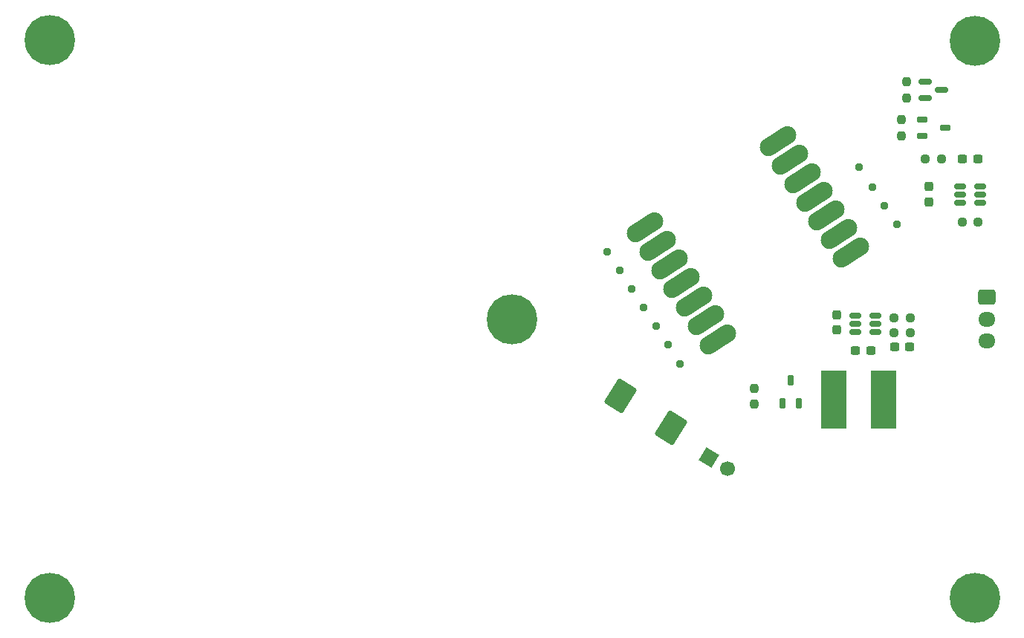
<source format=gbr>
%TF.GenerationSoftware,KiCad,Pcbnew,8.0.5*%
%TF.CreationDate,2025-03-21T14:04:30-04:00*%
%TF.ProjectId,rv_light,72765f6c-6967-4687-942e-6b696361645f,rev?*%
%TF.SameCoordinates,Original*%
%TF.FileFunction,Soldermask,Top*%
%TF.FilePolarity,Negative*%
%FSLAX46Y46*%
G04 Gerber Fmt 4.6, Leading zero omitted, Abs format (unit mm)*
G04 Created by KiCad (PCBNEW 8.0.5) date 2025-03-21 14:04:30*
%MOMM*%
%LPD*%
G01*
G04 APERTURE LIST*
G04 Aperture macros list*
%AMRoundRect*
0 Rectangle with rounded corners*
0 $1 Rounding radius*
0 $2 $3 $4 $5 $6 $7 $8 $9 X,Y pos of 4 corners*
0 Add a 4 corners polygon primitive as box body*
4,1,4,$2,$3,$4,$5,$6,$7,$8,$9,$2,$3,0*
0 Add four circle primitives for the rounded corners*
1,1,$1+$1,$2,$3*
1,1,$1+$1,$4,$5*
1,1,$1+$1,$6,$7*
1,1,$1+$1,$8,$9*
0 Add four rect primitives between the rounded corners*
20,1,$1+$1,$2,$3,$4,$5,0*
20,1,$1+$1,$4,$5,$6,$7,0*
20,1,$1+$1,$6,$7,$8,$9,0*
20,1,$1+$1,$8,$9,$2,$3,0*%
%AMHorizOval*
0 Thick line with rounded ends*
0 $1 width*
0 $2 $3 position (X,Y) of the first rounded end (center of the circle)*
0 $4 $5 position (X,Y) of the second rounded end (center of the circle)*
0 Add line between two ends*
20,1,$1,$2,$3,$4,$5,0*
0 Add two circle primitives to create the rounded ends*
1,1,$1,$2,$3*
1,1,$1,$4,$5*%
%AMRotRect*
0 Rectangle, with rotation*
0 The origin of the aperture is its center*
0 $1 length*
0 $2 width*
0 $3 Rotation angle, in degrees counterclockwise*
0 Add horizontal line*
21,1,$1,$2,0,0,$3*%
G04 Aperture macros list end*
%ADD10RoundRect,0.250000X0.106161X-1.717187X1.589935X0.657348X-0.106161X1.717187X-1.589935X-0.657348X0*%
%ADD11R,2.850000X6.600000*%
%ADD12RoundRect,0.237500X0.237500X-0.250000X0.237500X0.250000X-0.237500X0.250000X-0.237500X-0.250000X0*%
%ADD13RoundRect,0.237500X0.250000X0.237500X-0.250000X0.237500X-0.250000X-0.237500X0.250000X-0.237500X0*%
%ADD14RoundRect,0.237500X0.300000X0.237500X-0.300000X0.237500X-0.300000X-0.237500X0.300000X-0.237500X0*%
%ADD15RoundRect,0.237500X-0.237500X0.300000X-0.237500X-0.300000X0.237500X-0.300000X0.237500X0.300000X0*%
%ADD16RoundRect,0.237500X-0.300000X-0.237500X0.300000X-0.237500X0.300000X0.237500X-0.300000X0.237500X0*%
%ADD17RoundRect,0.162500X0.162500X-0.447500X0.162500X0.447500X-0.162500X0.447500X-0.162500X-0.447500X0*%
%ADD18RoundRect,0.162500X-0.447500X-0.162500X0.447500X-0.162500X0.447500X0.162500X-0.447500X0.162500X0*%
%ADD19C,0.939800*%
%ADD20C,5.715000*%
%ADD21RoundRect,0.150000X-0.512500X-0.150000X0.512500X-0.150000X0.512500X0.150000X-0.512500X0.150000X0*%
%ADD22RotRect,1.700000X1.700000X59.000000*%
%ADD23HorizOval,1.700000X0.000000X0.000000X0.000000X0.000000X0*%
%ADD24RoundRect,0.250000X-0.725000X0.600000X-0.725000X-0.600000X0.725000X-0.600000X0.725000X0.600000X0*%
%ADD25O,1.950000X1.700000*%
%ADD26RoundRect,1.016000X-1.065106X-0.691700X1.065117X0.691683X1.065106X0.691700X-1.065117X-0.691683X0*%
%ADD27RoundRect,0.237500X-0.250000X-0.237500X0.250000X-0.237500X0.250000X0.237500X-0.250000X0.237500X0*%
%ADD28RoundRect,0.237500X0.237500X-0.300000X0.237500X0.300000X-0.237500X0.300000X-0.237500X-0.300000X0*%
%ADD29RoundRect,0.150000X-0.587500X-0.150000X0.587500X-0.150000X0.587500X0.150000X-0.587500X0.150000X0*%
G04 APERTURE END LIST*
D10*
%TO.C,D26*%
X13626636Y19200725D03*
X19393364Y15597275D03*
%TD*%
D11*
%TO.C,L1*%
X43592000Y18796000D03*
X37942000Y18796000D03*
%TD*%
D12*
%TO.C,R8*%
X46228000Y53189500D03*
X46228000Y55014500D03*
%TD*%
D13*
%TO.C,R6*%
X54379500Y38989000D03*
X52554500Y38989000D03*
%TD*%
D12*
%TO.C,R4*%
X45593000Y48871500D03*
X45593000Y50696500D03*
%TD*%
D13*
%TO.C,R3*%
X50188500Y46228000D03*
X48363500Y46228000D03*
%TD*%
D12*
%TO.C,R1*%
X28829000Y18264500D03*
X28829000Y20089500D03*
%TD*%
D14*
%TO.C,C5*%
X46582500Y24765000D03*
X44857500Y24765000D03*
%TD*%
%TO.C,C4*%
X54329500Y46228000D03*
X52604500Y46228000D03*
%TD*%
D15*
%TO.C,C3*%
X48768000Y43065000D03*
X48768000Y41340000D03*
%TD*%
D16*
%TO.C,C1*%
X40412500Y24384000D03*
X42137500Y24384000D03*
%TD*%
D17*
%TO.C,Q1*%
X32070000Y18327782D03*
X33970000Y18327782D03*
X33020000Y20947782D03*
%TD*%
D18*
%TO.C,Q3*%
X47966000Y50734000D03*
X47966000Y48834000D03*
X50586000Y49784000D03*
%TD*%
D19*
%TO.C,TP11*%
X13517191Y33528060D03*
%TD*%
%TO.C,TP10*%
X14900577Y31397847D03*
%TD*%
%TO.C,TP9*%
X45085000Y38735000D03*
%TD*%
%TO.C,TP8*%
X43711202Y40850464D03*
%TD*%
%TO.C,TP7*%
X42337405Y42965925D03*
%TD*%
%TO.C,TP6*%
X40815685Y45309172D03*
%TD*%
%TO.C,TP5*%
X20434109Y22876942D03*
%TD*%
%TO.C,TP4*%
X19050720Y25007164D03*
%TD*%
%TO.C,TP3*%
X17667336Y27137396D03*
%TD*%
%TO.C,TP2*%
X16283958Y29267615D03*
%TD*%
%TO.C,TP1*%
X12133810Y35658282D03*
%TD*%
D20*
%TO.C,H3*%
X53972221Y-3809637D03*
%TD*%
%TO.C,H2*%
X53971113Y59698784D03*
%TD*%
D21*
%TO.C,U3*%
X52329500Y43114000D03*
X52329500Y42164000D03*
X52329500Y41214000D03*
X54604500Y41214000D03*
X54604500Y42164000D03*
X54604500Y43114000D03*
%TD*%
D20*
%TO.C,H1*%
X1266105Y27948781D03*
%TD*%
D13*
%TO.C,R2*%
X44807500Y26416000D03*
X46632500Y26416000D03*
%TD*%
D20*
%TO.C,H4*%
X-51438898Y-3801227D03*
%TD*%
D22*
%TO.C,J1*%
X23672112Y12213677D03*
D23*
X25849317Y10905480D03*
%TD*%
D24*
%TO.C,J4*%
X55371998Y30440000D03*
D25*
X55371998Y27940000D03*
X55371998Y25440000D03*
%TD*%
D20*
%TO.C,H5*%
X-51419685Y59727331D03*
%TD*%
D26*
%TO.C,U2*%
X16441438Y38441687D03*
X17819483Y36319682D03*
X19202867Y34189459D03*
X20586250Y32059236D03*
X21969633Y29929013D03*
X23353016Y27798789D03*
X24736399Y25668566D03*
X39882286Y35504420D03*
X38498903Y37634644D03*
X37115520Y39764867D03*
X35732137Y41895090D03*
X34348754Y44025313D03*
X32965371Y46155537D03*
X31587325Y48277541D03*
%TD*%
D27*
%TO.C,R5*%
X44807500Y28067000D03*
X46632500Y28067000D03*
%TD*%
D21*
%TO.C,U1*%
X42661000Y28382000D03*
X42661000Y27432000D03*
X42661000Y26482000D03*
X40386000Y26482000D03*
X40386000Y27432000D03*
X40386000Y28382000D03*
%TD*%
D28*
%TO.C,C2*%
X38227000Y28421500D03*
X38227000Y26696500D03*
%TD*%
D29*
%TO.C,Q5*%
X48338500Y55052000D03*
X48338500Y53152000D03*
X50213500Y54102000D03*
%TD*%
M02*

</source>
